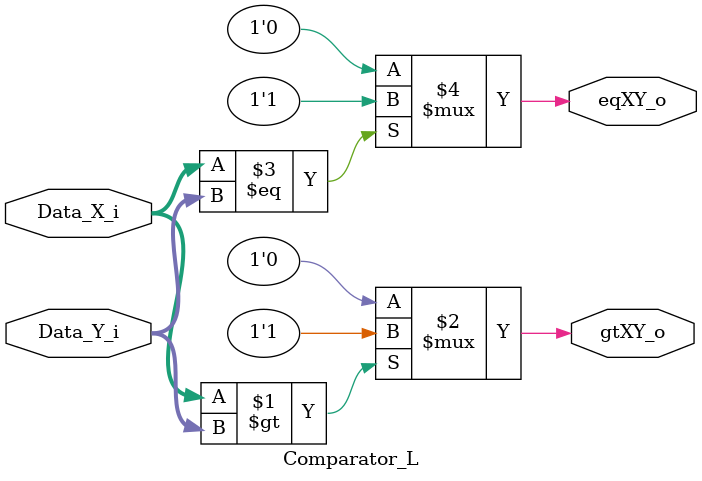
<source format=v>
`timescale 1ns / 1ps


module Comparator_L
    # (parameter W = 8) //Ignore this value, just for reference on the instantiation
    (
    input wire [W-1:0] Data_X_i,
    input wire [W-1:0] Data_Y_i,
    output wire gtXY_o,
    output wire eqXY_o
    );
    
    assign gtXY_o = (Data_X_i > Data_Y_i) ? 1'b1 : 1'b0;
    assign eqXY_o = (Data_X_i == Data_Y_i) ? 1'b1 : 1'b0;
    
endmodule

</source>
